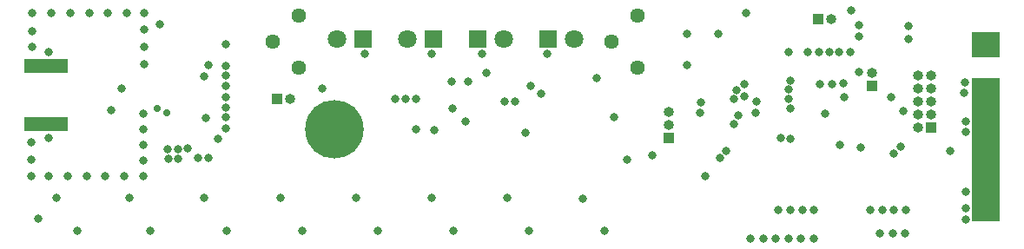
<source format=gbs>
%TF.GenerationSoftware,KiCad,Pcbnew,6.0.9-8da3e8f707~117~ubuntu20.04.1*%
%TF.CreationDate,2023-01-01T11:50:09-08:00*%
%TF.ProjectId,BoardyMcBoardFace,426f6172-6479-44d6-9342-6f6172644661,rev?*%
%TF.SameCoordinates,Original*%
%TF.FileFunction,Soldermask,Bot*%
%TF.FilePolarity,Negative*%
%FSLAX46Y46*%
G04 Gerber Fmt 4.6, Leading zero omitted, Abs format (unit mm)*
G04 Created by KiCad (PCBNEW 6.0.9-8da3e8f707~117~ubuntu20.04.1) date 2023-01-01 11:50:09*
%MOMM*%
%LPD*%
G01*
G04 APERTURE LIST*
G04 Aperture macros list*
%AMRoundRect*
0 Rectangle with rounded corners*
0 $1 Rounding radius*
0 $2 $3 $4 $5 $6 $7 $8 $9 X,Y pos of 4 corners*
0 Add a 4 corners polygon primitive as box body*
4,1,4,$2,$3,$4,$5,$6,$7,$8,$9,$2,$3,0*
0 Add four circle primitives for the rounded corners*
1,1,$1+$1,$2,$3*
1,1,$1+$1,$4,$5*
1,1,$1+$1,$6,$7*
1,1,$1+$1,$8,$9*
0 Add four rect primitives between the rounded corners*
20,1,$1+$1,$2,$3,$4,$5,0*
20,1,$1+$1,$4,$5,$6,$7,0*
20,1,$1+$1,$6,$7,$8,$9,0*
20,1,$1+$1,$8,$9,$2,$3,0*%
G04 Aperture macros list end*
%ADD10R,1.800000X1.800000*%
%ADD11C,1.800000*%
%ADD12C,5.703200*%
%ADD13RoundRect,0.101600X1.250000X-0.175000X1.250000X0.175000X-1.250000X0.175000X-1.250000X-0.175000X0*%
%ADD14R,1.000000X1.000000*%
%ADD15O,1.000000X1.000000*%
%ADD16C,1.440000*%
%ADD17R,4.200000X1.350000*%
%ADD18C,0.800000*%
%ADD19C,0.700000*%
G04 APERTURE END LIST*
D10*
%TO.C,D4*%
X152580000Y-102108000D03*
D11*
X155120000Y-102108000D03*
%TD*%
D10*
%TO.C,D3*%
X159464000Y-102108000D03*
D11*
X162004000Y-102108000D03*
%TD*%
D12*
%TO.C,U$1*%
X138627800Y-110892400D03*
D13*
X202127800Y-101642400D03*
X202127800Y-102142400D03*
X202127800Y-102642400D03*
X202127800Y-103142400D03*
X202127800Y-103642400D03*
X202127800Y-106142400D03*
X202127800Y-106642400D03*
X202127800Y-107142400D03*
X202127800Y-107642400D03*
X202127800Y-108142400D03*
X202127800Y-108642400D03*
X202127800Y-109142400D03*
X202127800Y-109642400D03*
X202127800Y-110142400D03*
X202127800Y-110642400D03*
X202127800Y-111142400D03*
X202127800Y-111642400D03*
X202127800Y-112142400D03*
X202127800Y-112642400D03*
X202127800Y-113142400D03*
X202127800Y-113642400D03*
X202127800Y-114142400D03*
X202127800Y-114642400D03*
X202127800Y-115142400D03*
X202127800Y-115642400D03*
X202127800Y-116142400D03*
X202127800Y-116642400D03*
X202127800Y-117142400D03*
X202127800Y-117642400D03*
X202127800Y-118142400D03*
X202127800Y-118642400D03*
X202127800Y-119142400D03*
X202127800Y-119642400D03*
%TD*%
D14*
%TO.C,J5*%
X133055600Y-107924600D03*
D15*
X134325600Y-107924600D03*
%TD*%
D14*
%TO.C,JP2*%
X171196000Y-111760000D03*
D15*
X171196000Y-110490000D03*
X171196000Y-109220000D03*
%TD*%
D16*
%TO.C,RV2*%
X135128000Y-104902000D03*
X132588000Y-102362000D03*
X135128000Y-99822000D03*
%TD*%
D10*
%TO.C,D9*%
X141362000Y-102108000D03*
D11*
X138822000Y-102108000D03*
%TD*%
D10*
%TO.C,D10*%
X148246000Y-102108000D03*
D11*
X145706000Y-102108000D03*
%TD*%
D14*
%TO.C,J4*%
X185786000Y-100177600D03*
D15*
X187056000Y-100177600D03*
%TD*%
D14*
%TO.C,J2*%
X196748400Y-110744000D03*
D15*
X195478400Y-110744000D03*
X196748400Y-109474000D03*
X195478400Y-109474000D03*
X196748400Y-108204000D03*
X195478400Y-108204000D03*
X196748400Y-106934000D03*
X195478400Y-106934000D03*
X196748400Y-105664000D03*
X195478400Y-105664000D03*
%TD*%
D14*
%TO.C,JP1*%
X191008000Y-106705400D03*
D15*
X191008000Y-105435400D03*
%TD*%
D16*
%TO.C,RV1*%
X168148000Y-104900000D03*
X165608000Y-102360000D03*
X168148000Y-99820000D03*
%TD*%
D17*
%TO.C,J1*%
X110490000Y-110368600D03*
X110490000Y-104718600D03*
%TD*%
D18*
X127988762Y-104687098D03*
X121581800Y-100668200D03*
X178562000Y-106457500D03*
X120650000Y-120777000D03*
X156210000Y-108204000D03*
X188874400Y-103327200D03*
X120091200Y-99517200D03*
X141541500Y-103568500D03*
X109169200Y-102819200D03*
X119989600Y-109372400D03*
X192847284Y-107757284D03*
X200152000Y-118618000D03*
X114452401Y-115508017D03*
X179197000Y-121602600D03*
X119989600Y-113974112D03*
X109067600Y-112162673D03*
X165862000Y-109728000D03*
X178765200Y-99568000D03*
X186842400Y-103327200D03*
X148082000Y-103505000D03*
X142875000Y-120777000D03*
X172974000Y-104634000D03*
D19*
X121342104Y-108900138D03*
D18*
X174737268Y-115509323D03*
X126359854Y-104607664D03*
X120091200Y-102862544D03*
X185343800Y-121602600D03*
X126111000Y-109804200D03*
X185826400Y-103327200D03*
X176022000Y-101586000D03*
X189001400Y-99263200D03*
X117856000Y-106934000D03*
X109067600Y-115508017D03*
X120091200Y-104535217D03*
X120091200Y-101189872D03*
X110744000Y-103378000D03*
X167157400Y-113899700D03*
X128016000Y-102616000D03*
X185920360Y-106469160D03*
X164973000Y-120777000D03*
X113538000Y-120777000D03*
X125315599Y-113682399D03*
X153035000Y-103505000D03*
X193141600Y-113277100D03*
X111014933Y-99517200D03*
X116298134Y-115508017D03*
X187833000Y-103352600D03*
X118397865Y-99517200D03*
X184759600Y-103327200D03*
X119989600Y-110906304D03*
X182163641Y-111746695D03*
X128016000Y-110794800D03*
X150241000Y-120777000D03*
X119989600Y-112440208D03*
X109169200Y-99517200D03*
X112606668Y-115508017D03*
X118143867Y-115508017D03*
X110760935Y-115508017D03*
X188315600Y-107772200D03*
X181655720Y-121602600D03*
X116552132Y-99517200D03*
X122376607Y-112866924D03*
X194275800Y-121047600D03*
X114706399Y-99517200D03*
X128143000Y-120777000D03*
X176173037Y-113726514D03*
X193043900Y-121047600D03*
X116875100Y-109007100D03*
X109169200Y-101295200D03*
X126331600Y-113682400D03*
X153416000Y-105410000D03*
X110744000Y-111760000D03*
X180426360Y-121602600D03*
X159385000Y-103505000D03*
X184114440Y-121602600D03*
X109067600Y-113835345D03*
X179781200Y-108153200D03*
X191812000Y-121047600D03*
X194564000Y-100838000D03*
X182885080Y-121602600D03*
X157607000Y-120777000D03*
X145542000Y-107950000D03*
X112860666Y-99517200D03*
X182880000Y-103378000D03*
X135509000Y-120777000D03*
X200152000Y-116967000D03*
X119989600Y-115508017D03*
X148082000Y-117602000D03*
X162864800Y-117652800D03*
X184217732Y-118745000D03*
X183066266Y-118745000D03*
X133350000Y-117602000D03*
X181914800Y-118745000D03*
X172974000Y-101586000D03*
X155422600Y-117627400D03*
X176784000Y-113030000D03*
X146558000Y-110871000D03*
X183088261Y-111805739D03*
X144526000Y-107950000D03*
X157226000Y-111252000D03*
D19*
X122260500Y-109306500D03*
D18*
X146558000Y-107950000D03*
X148386800Y-110947200D03*
X118618000Y-117602000D03*
X185369200Y-118745000D03*
X189712600Y-105349900D03*
X127224100Y-111831700D03*
X125933200Y-117602000D03*
X125933200Y-105714800D03*
X187858400Y-112426500D03*
X193827400Y-112623600D03*
X124297000Y-112786600D03*
X123342400Y-112877600D03*
X140716000Y-117602000D03*
X183078081Y-106121305D03*
X137414000Y-106883200D03*
X155194000Y-108204000D03*
X164211000Y-105918000D03*
X123342400Y-113792000D03*
X122428000Y-113792000D03*
X111506000Y-117602000D03*
X193167000Y-118745000D03*
X194335400Y-118745000D03*
X191998600Y-118747600D03*
X190830200Y-118745000D03*
X198628000Y-113030000D03*
X194564000Y-102108000D03*
X169595800Y-113436400D03*
X177840483Y-107093498D03*
X189941200Y-112649000D03*
X200083738Y-106329759D03*
X187121800Y-106476800D03*
X188264800Y-106451400D03*
X200025000Y-107315000D03*
X200152000Y-111125000D03*
X174279653Y-109255653D03*
X200152000Y-110109000D03*
X174316154Y-108299500D03*
X194056000Y-109093000D03*
X186436000Y-109347000D03*
X151384000Y-110109000D03*
X158750000Y-107442000D03*
X150114000Y-108839000D03*
X157734000Y-106680000D03*
X189782749Y-100755749D03*
X182881971Y-107949972D03*
X189738000Y-101854000D03*
X182867593Y-107023581D03*
X183070500Y-108902500D03*
X151678630Y-106232970D03*
X150063200Y-106273600D03*
X177591739Y-110383339D03*
X128016000Y-108762800D03*
X128046704Y-107758394D03*
X177964031Y-109534926D03*
X128016000Y-105613200D03*
X177543113Y-107970982D03*
X128038611Y-106691826D03*
X178612800Y-107696000D03*
X179693500Y-109321600D03*
X128016000Y-109728000D03*
X200177400Y-119684800D03*
X109728000Y-119634000D03*
M02*

</source>
